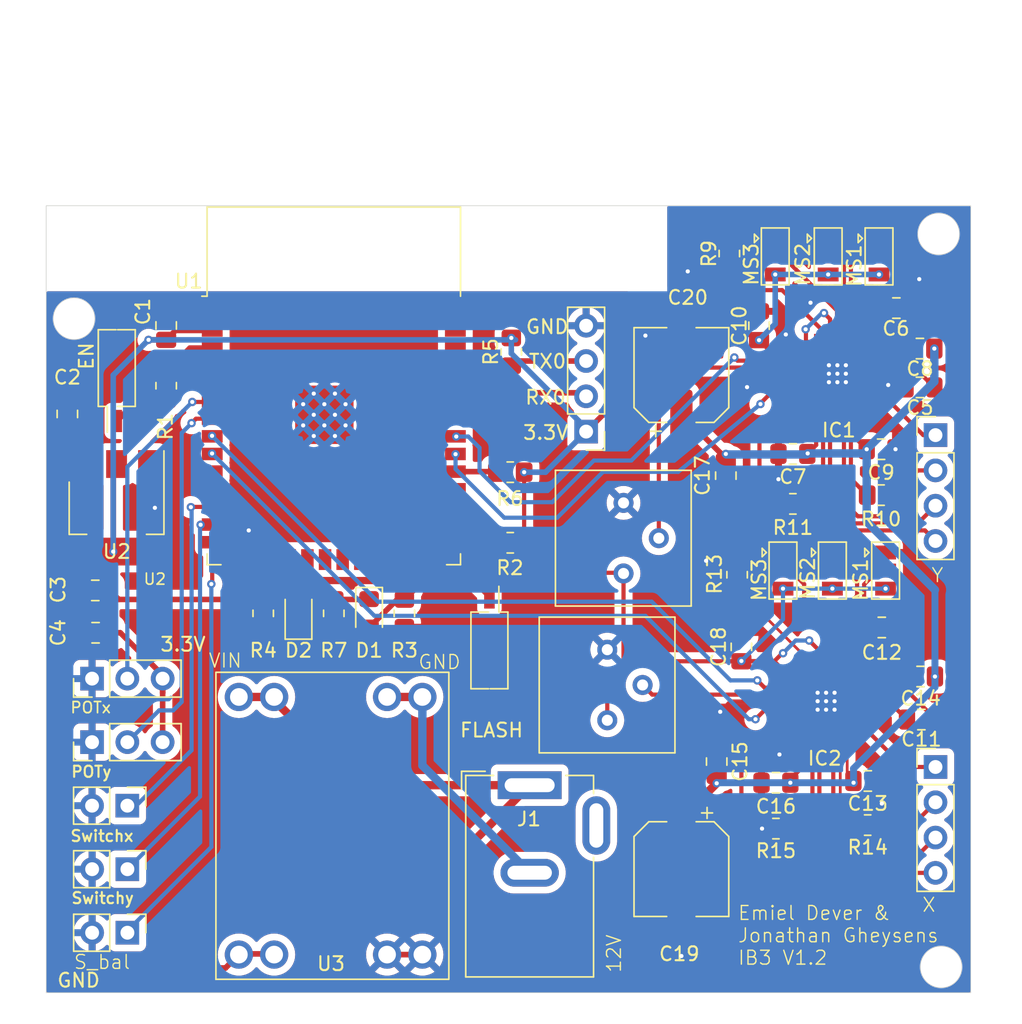
<source format=kicad_pcb>
(kicad_pcb (version 20221018) (generator pcbnew)
  (layers (0 "F.Cu" signal) (31 "B.Cu" signal) (34 "B.Paste" user) (35 "F.Paste" user) (36 "B.SilkS" user "B.Silkscreen") (37 "F.SilkS" user "F.Silkscreen") (38 "B.Mask" user) (39 "F.Mask" user) (44 "Edge.Cuts" user))
  (net 0 "")
  (net 1 "+3.3V")
  (net 2 "GND")
  (net 3 "VDD")
  (net 4 "Net-(D1-K)")
  (net 5 "GPIO2")
  (net 6 "Net-(D2-A)")
  (net 7 "RX0")
  (net 8 "TX0")
  (net 9 "Net-(IC2-CP2)")
  (net 10 "GPIO0")
  (net 11 "GPIO5")
  (net 12 "Net-(IC2-CP1)")
  (net 13 "Net-(IC2-VREG)")
  (net 14 "Net-(IC2-VCP)")
  (net 15 "MS1_1")
  (net 16 "A4")
  (net 17 "A5")
  (net 18 "A8")
  (net 19 "A9")
  (net 20 "GPIO27")
  (net 21 "GPIO14")
  (net 22 "GPIO12")
  (net 23 "GPIO13")
  (net 30 "GPIO15")
  (net 31 "GPIO4")
  (net 32 "RX2")
  (net 33 "TX2")
  (net 34 "GPIO18")
  (net 35 "GPIO19")
  (net 37 "GPIO21")
  (net 38 "GPIO22")
  (net 39 "GPIO23")
  (net 40 "Net-(IC1-OUT2B)")
  (net 41 "Net-(IC1-CP1)")
  (net 42 "Net-(IC1-CP2)")
  (net 43 "Net-(IC1-VCP)")
  (net 45 "Net-(IC1-VREG)")
  (net 46 "MS2_1")
  (net 47 "MS3_1")
  (net 48 "Net-(IC2-OUT2B)")
  (net 49 "Net-(IC1-ROSC)")
  (net 50 "Net-(IC1-REF)")
  (net 52 "Net-(IC1-OUT1B)")
  (net 53 "Vmot")
  (net 54 "Net-(IC1-SENSE1)")
  (net 55 "Net-(IC1-OUT1A)")
  (net 57 "Net-(IC1-OUT2A)")
  (net 58 "Net-(IC1-SENSE2)")
  (net 60 "Net-(IC2-ROSC)")
  (net 62 "Net-(IC2-OUT1B)")
  (net 63 "Net-(IC2-SENSE1)")
  (net 64 "Net-(IC2-OUT1A)")
  (net 66 "Net-(IC2-OUT2A)")
  (net 67 "Net-(IC2-SENSE2)")
  (net 68 "Net-(J1-Pad2)")
  (net 69 "Net-(IC2-REF)")
  (net 70 "/ESP32/EN")
  (net 73 "GPIO35")
  (net 74 "GPIO34")
  (net 75 "MS1_2")
  (net 76 "MS2_2")
  (net 77 "MS3_2")
  (footprint "Resistor_SMD:R_0805_2012Metric_Pad1.20x1.40mm_HandSolder" (layer "F.Cu") (at 163.521 90.805)
    (fp_text reference "R14")
    (fp_text value "50m")
  )
  (footprint "Resistor_SMD:R_0805_2012Metric_Pad1.20x1.40mm_HandSolder" (layer "F.Cu") (at 156.917 91.059 180)
    (fp_text reference "R15")
    (fp_text value "50m")
  )
  (footprint "Capacitor_SMD:C_0805_2012Metric_Pad1.18x1.45mm_HandSolder" (layer "F.Cu") (at 154.432 77.978 90)
    (fp_text reference "C18")
    (fp_text value "0.22uF")
  )
  (footprint "RF_Module:ESP32-WROOM-32" (layer "F.Cu") (at 125.095 62.185)
    (fp_text reference "U1")
    (fp_text value "ESP32-WROOM-32")
  )
  (footprint "Jumper:SolderJumper-3_P1.3mm_Open_Pad1.0x1.5mm" (layer "F.Cu") (at 160.6769 49.8761 -90)
    (fp_text reference "JP2" hide)
    (fp_text value "MS2")
  )
  (footprint "Capacitor_SMD:C_0805_2012Metric_Pad1.18x1.45mm_HandSolder" (layer "F.Cu") (at 105.918 61.214 90)
    (fp_text reference "C2")
    (fp_text value "10uF")
  )
  (footprint "Capacitor_SMD:C_0805_2012Metric_Pad1.18x1.45mm_HandSolder" (layer "F.Cu") (at 167.326 80.113 180)
    (fp_text reference "C14")
    (fp_text value "0.1 uF")
  )
  (footprint "Connector_PinHeader_2.54mm:PinHeader_1x03_P2.54mm_Vertical" (layer "F.Cu") (at 107.696 80.264 90)
    (fp_text reference "J8" hide)
    (fp_text value "POTx")
  )
  (footprint "Jumper:SolderJumper-3_P1.3mm_Open_Pad1.0x1.5mm" (layer "F.Cu") (at 164.811 72.487 -90)
    (fp_text reference "JP6" hide)
    (fp_text value "MS1")
  )
  (footprint "Package_TO_SOT_SMD:SOT-223-3_TabPin2" (layer "F.Cu") (at 109.46 67.97 -90)
    (fp_text reference "U2")
    (fp_text value "AMS1117-3.3")
  )
  (footprint "Library:U1584" (layer "F.Cu") (at 124.8664 101.9048 180)
    (fp_text reference "U3")
    (fp_text value "MP1584")
  )
  (footprint "Connector_PinHeader_2.54mm:PinHeader_1x04_P2.54mm_Vertical" (layer "F.Cu") (at 168.402 62.738)
    (fp_text reference "J4" hide)
    (fp_text value "Conn_01x04_Pin")
  )
  (footprint "Button_Switch_SMD:SW_DIP_SPSTx01_Slide_Copal_CHS-01B_W7.62mm_P1.27mm" (layer "F.Cu") (at 136.2964 78.232 -90)
    (fp_text reference "SW2" hide)
    (fp_text value "FLASH")
  )
  (footprint "Capacitor_SMD:C_0805_2012Metric_Pad1.18x1.45mm_HandSolder" (layer "F.Cu") (at 164.4869 63.754)
    (fp_text reference "C9")
    (fp_text value "100nF")
  )
  (footprint "Resistor_SMD:R_0805_2012Metric_Pad1.20x1.40mm_HandSolder" (layer "F.Cu") (at 113.03 59.182 90)
    (fp_text reference "R1")
    (fp_text value "10K")
  )
  (footprint "Jumper:SolderJumper-3_P1.3mm_Open_Pad1.0x1.5mm" (layer "F.Cu") (at 160.981 72.487 -90)
    (fp_text reference "JP5" hide)
    (fp_text value "MS2")
  )
  (footprint "Connector_PinHeader_2.54mm:PinHeader_1x04_P2.54mm_Vertical" (layer "F.Cu") (at 143.256 62.484 180)
    (fp_text reference "J2" hide)
    (fp_text value "Conn_01x04_Pin")
  )
  (footprint "Potentiometer_THT:Potentiometer_Bourns_3386P_Vertical" (layer "F.Cu") (at 144.78 83.2612)
    (fp_text reference "RV2" hide)
    (fp_text value "R_Potentiometer")
  )
  (footprint "Jumper:SolderJumper-3_P1.3mm_Open_Pad1.0x1.5mm" (layer "F.Cu") (at 156.8669 49.8761 -90)
    (fp_text reference "JP1" hide)
    (fp_text value "MS3")
  )
  (footprint "Jumper:SolderJumper-3_P1.3mm_Open_Pad1.0x1.5mm" (layer "F.Cu") (at 157.425 72.487 -90)
    (fp_text reference "JP4" hide)
    (fp_text value "MS3")
  )
  (footprint "Potentiometer_THT:Potentiometer_Bourns_3386P_Vertical" (layer "F.Cu") (at 145.9484 72.6948)
    (fp_text reference "RV1" hide)
    (fp_text value "R_Potentiometer")
  )
  (footprint "Resistor_SMD:R_0805_2012Metric_Pad1.20x1.40mm_HandSolder" (layer "F.Cu") (at 158.1369 67.6861 180)
    (fp_text reference "R11")
    (fp_text value "50m")
  )
  (footprint "Button_Switch_SMD:SW_DIP_SPSTx01_Slide_Copal_CHS-01B_W7.62mm_P1.27mm" (layer "F.Cu") (at 109.474 57.912 90)
    (fp_text reference "SW1" hide)
    (fp_text value "EN")
  )
  (footprint "Resistor_SMD:R_0805_2012Metric_Pad1.20x1.40mm_HandSolder" (layer "F.Cu") (at 137.795 70.485 180)
    (fp_text reference "R2")
    (fp_text value "10K")
  )
  (footprint "Resistor_SMD:R_0805_2012Metric_Pad1.20x1.40mm_HandSolder" (layer "F.Cu") (at 137.8712 56.7436 -90)
    (fp_text reference "R5")
    (fp_text value "10K")
  )
  (footprint "Resistor_SMD:R_0805_2012Metric_Pad1.20x1.40mm_HandSolder" (layer "F.Cu") (at 164.4869 67.056)
    (fp_text reference "R10")
    (fp_text value "50m")
  )
  (footprint "Connector_PinHeader_2.54mm:PinHeader_1x02_P2.54mm_Vertical" (layer "F.Cu") (at 110.236 89.408 -90)
    (fp_text reference "J7" hide)
    (fp_text value "Switchx")
  )
  (footprint "Capacitor_SMD:C_0805_2012Metric_Pad1.18x1.45mm_HandSolder" (layer "F.Cu") (at 155.702 54.864 90)
    (fp_text reference "C10")
    (fp_text value "0.22uF")
  )
  (footprint "Resistor_SMD:R_0805_2012Metric_Pad1.20x1.40mm_HandSolder" (layer "F.Cu") (at 130.175 75.565 90)
    (fp_text reference "R3")
    (fp_text value "10K")
  )
  (footprint "Resistor_SMD:R_0805_2012Metric_Pad1.20x1.40mm_HandSolder" (layer "F.Cu") (at 137.795 65.405 180)
    (fp_text reference "R6")
    (fp_text value "10K")
  )
  (footprint "Connector_PinHeader_2.54mm:PinHeader_1x02_P2.54mm_Vertical" (layer "F.Cu") (at 110.241 93.98 -90)
    (fp_text reference "J3" hide)
    (fp_text value "Switchy")
  )
  (footprint "Connector_PinHeader_2.54mm:PinHeader_1x04_P2.54mm_Vertical" (layer "F.Cu") (at 168.402 86.624)
    (fp_text reference "J6" hide)
    (fp_text value "Conn_01x04_Pin")
  )
  (footprint "Jumper:SolderJumper-3_P1.3mm_Open_Pad1.0x1.5mm" (layer "F.Cu") (at 164.338 49.8761 -90)
    (fp_text reference "JP3" hide)
    (fp_text value "MS1")
  )
  (footprint "Capacitor_SMD:CP_Elec_6.3x5.9" (layer "F.Cu") (at 150.114 93.974 -90)
    (fp_text reference "C19")
    (fp_text value "47uF")
  )
  (footprint "Capacitor_SMD:C_0805_2012Metric_Pad1.18x1.45mm_HandSolder" (layer "F.Cu") (at 167.386 83.2104 180)
    (fp_text reference "C11")
    (fp_text value "0.1u")
  )
  (footprint "Capacitor_SMD:C_0805_2012Metric_Pad1.18x1.45mm_HandSolder" (layer "F.Cu") (at 164.537 76.581)
    (fp_text reference "C12")
    (fp_text value "0.22uF")
  )
  (footprint "Capacitor_SMD:C_0805_2012Metric_Pad1.18x1.45mm_HandSolder" (layer "F.Cu") (at 156.917 87.757 180)
    (fp_text reference "C16")
    (fp_text value "100nF")
  )
  (footprint "Resistor_SMD:R_0805_2012Metric_Pad1.20x1.40mm_HandSolder" (layer "F.Cu") (at 125.095 75.565 -90)
    (fp_text reference "R7")
    (fp_text value "1K")
  )
  (footprint "Capacitor_SMD:C_0805_2012Metric_Pad1.18x1.45mm_HandSolder" (layer "F.Cu") (at 113.03 54.8425 90)
    (fp_text reference "C1")
    (fp_text value "100uF/6.3V")
  )
  (footprint "Resistor_SMD:R_0805_2012Metric_Pad1.20x1.40mm_HandSolder" (layer "F.Cu") (at 120.015 75.565 -90)
    (fp_text reference "R4")
    (fp_text value "1K")
  )
  (footprint "A4988:QFN50P500X500X100-29N" (layer "F.Cu") (at 161.3119 58.3766 180)
    (fp_text reference "IC1")
    (fp_text value "A4988SETTR-T")
  )
  (footprint "Capacitor_SMD:C_0805_2012Metric_Pad1.18x1.45mm_HandSolder" (layer "F.Cu") (at 153.3109 65.6541 90)
    (fp_text reference "C17")
    (fp_text value "4.7uF")
  )
  (footprint "Connector_PinHeader_2.54mm:PinHeader_1x02_P2.54mm_Vertical" (layer "F.Cu") (at 110.241 98.552 -90)
    (fp_text reference "J9" hide)
    (fp_text value "Switch_einde" hide)
  )
  (footprint "A4988:QFN50P500X500X100-29N" (layer "F.Cu") (at 160.546 81.915 180)
    (fp_text reference "IC2")
    (fp_text value "A4988SETTR-T")
  )
  (footprint "Connector_PinHeader_2.54mm:PinHeader_1x03_P2.54mm_Vertical" (layer "F.Cu") (at 107.696 84.836 90)
    (fp_text reference "J5" hide)
    (fp_text value "POTy")
  )
  (footprint "Resistor_SMD:R_0805_2012Metric_Pad1.20x1.40mm_HandSolder" (layer "F.Cu") (at 154.123 72.787 -90)
    (fp_text reference "R13")
    (fp_text value "25K")
  )
  (footprint "Capacitor_SMD:C_0805_2012Metric_Pad1.18x1.45mm_HandSolder" (layer "F.Cu") (at 167.2809 56.5101 180)
    (fp_text reference "C8")
    (fp_text value "0.1 uF")
  )
  (footprint "Capacitor_SMD:C_0805_2012Metric_Pad1.18x1.45mm_HandSolder" (layer "F.Cu") (at 165.5865 53.594)
    (fp_text reference "C6")
    (fp_text value "0.22uF")
  )
  (footprint "Capacitor_SMD:C_0805_2012Metric_Pad1.18x1.45mm_HandSolder" (layer "F.Cu") (at 158.1369 64.0916)
    (fp_text reference "C7")
    (fp_text value "100nF")
  )
  (footprint "LED_SMD:LED_0805_2012Metric_Pad1.15x1.40mm_HandSolder" (layer "F.Cu") (at 122.555 75.565 90)
    (fp_text reference "D2")
    (fp_text value "PWR")
  )
  (footprint "Capacitor_SMD:CP_Elec_6.3x5.9" (layer "F.Cu") (at 150.114 58.414 90)
    (fp_text reference "C20")
    (fp_text value "47uF")
  )
  (footprint "Capacitor_SMD:C_0805_2012Metric_Pad1.18x1.45mm_HandSolder" (layer "F.Cu") (at 167.2809 59.3041 180)
    (fp_text reference "C5")
    (fp_text value "0.1u")
  )
  (footprint "Capacitor_SMD:C_0805_2012Metric_Pad1.18x1.45mm_HandSolder" (layer "F.Cu") (at 152.654 86.233 -90)
    (fp_text reference "C15")
    (fp_text value "4.7uF")
  )
  (footprint "Connector_BarrelJack:BarrelJack_GCT_DCJ200-10-A_Horizontal" (layer "F.Cu") (at 139.192 87.934)
    (fp_text reference "J1")
    (fp_text value "Barrel_Jack")
  )
  (footprint "Capacitor_SMD:C_0805_2012Metric_Pad1.18x1.45mm_HandSolder" (layer "F.Cu") (at 107.95 76.962 180)
    (fp_text reference "C4")
    (fp_text value "10uF")
  )
  (footprint "Capacitor_SMD:C_0805_2012Metric_Pad1.18x1.45mm_HandSolder" (layer "F.Cu") (at 163.531 87.63 180)
    (fp_text reference "C13")
    (fp_text value "100nF")
  )
  (footprint "LED_SMD:LED_0805_2012Metric_Pad1.15x1.40mm_HandSolder" (layer "F.Cu") (at 127.635 75.565 -90)
    (fp_text reference "D1")
    (fp_text value "BLUE")
  )
  (footprint "Resistor_SMD:R_0805_2012Metric_Pad1.20x1.40mm_HandSolder" (layer "F.Cu") (at 153.5649 49.6681 -90)
    (fp_text reference "R9")
    (fp_text value "25K")
  )
  (footprint "Capacitor_SMD:C_0805_2012Metric_Pad1.18x1.45mm_HandSolder" (layer "F.Cu") (at 107.9285 73.914)
    (fp_text reference "C3")
    (fp_text value "100nF")
  )
  (gr_circle (center 168.6292 48.26) (end 170.1292 48.26) (stroke (width 0.05)) (fill none) (layer "Edge.Cuts"))
  (gr_rect (start 104.394 46.228) (end 170.942 102.87) (stroke (width 0.05)) (fill none) (layer "Edge.Cuts"))
  (gr_circle (center 168.8084 101.0172) (end 170.3084 101.0172) (stroke (width 0.05)) (fill none) (layer "Edge.Cuts"))
  (gr_circle (center 106.3992 54.356) (end 107.8992 54.356) (stroke (width 0.05)) (fill none) (layer "Edge.Cuts"))
  (gr_text "X" (at 167.386 97.1296) (layer "F.SilkS") (effects (font (size 1 1) (thickness 0.1)) (justify left bottom)))
  (gr_text "Emiel Dever &\nJonathan Gheysens\nIB3 V1.2" (at 154.1272 100.9396) (layer "F.SilkS") (effects (font (size 1 1) (thickness 0.1)) (justify left bottom)))
  (gr_text "TX0" (at 139.0396 58.0136) (layer "F.SilkS") (effects (font (size 1 1)) (justify left bottom)))
  (gr_text "S_bal" (at 106.3244 101.2444) (layer "F.SilkS") (effects (font (size 1 1) (thickness 0.1)) (justify left bottom)))
  (gr_text "GND" (at 105.1052 102.5652) (layer "F.SilkS") (effects (font (size 1 1)) (justify left bottom)))
  (gr_text "GND" (at 138.8364 55.5244) (layer "F.SilkS") (effects (font (size 1 1)) (justify left bottom)))
  (gr_text "RX0" (at 138.7856 60.6044) (layer "F.SilkS") (effects (font (size 1 1)) (justify left bottom)))
  (gr_text "GND" (at 131.1148 79.6544) (layer "F.SilkS") (effects (font (size 1 1) (thickness 0.1)) (justify left bottom)))
  (gr_text "3.3V" (at 138.6332 63.1444) (layer "F.SilkS") (effects (font (size 1 1)) (justify left bottom)))
  (gr_text "Y" (at 168.0464 73.406) (layer "F.SilkS") (effects (font (size 1 1) (thickness 0.1)) (justify left bottom)))
  (gr_text "12V" (at 145.8468 101.4984 90) (layer "F.SilkS") (effects (font (size 1 1) (thickness 0.1)) (justify left bottom)))
  (gr_text "VIN\n" (at 116.0272 79.5528) (layer "F.SilkS") (effects (font (size 1 1) (thickness 0.1)) (justify left bottom)))
  (gr_text "3.3V" (at 112.522 78.3844) (layer "F.SilkS") (effects (font (size 1 1)) (justify left bottom)))
  (segment (start 109.46 64.57) (end 113.03 61) (width 0.4) (layer "F.Cu") (net 1))
  (segment (start 108.966 73.914) (end 108.966 76.9405) (width 0.4) (layer "F.Cu") (net 1))
  (segment (start 112.776 80.264) (end 112.776 81.28) (width 0.4) (layer "F.Cu") (net 1))
  (segment (start 159.3088 77.5208) (end 160.046 78.258) (width 0.3) (layer "F.Cu") (net 1))
  (segment (start 160.8119 54.3859) (end 160.3756 53.9496) (width 0.3) (layer "F.Cu") (net 1))
  (segment (start 140.954 72.644) (end 138.795 70.485) (width 0.3) (layer "F.Cu") (net 1))
  (segment (start 156.7965 79.0155) (end 157.3768 78.4352) (width 0.3) (layer "F.Cu") (net 1))
  (segment (start 145.923 53.975) (end 147.066 52.832) (width 0.4) (layer "F.Cu") (net 1))
  (segment (start 111.76 55.88) (end 113.03 55.88) (width 0.4) (layer "F.Cu") (net 1))
  (segment (start 113.705 55.205) (end 116.345 55.205) (width 0.4) (layer "F.Cu") (net 1))
  (segment (start 159.0773 55.1405) (end 159.0548 55.118) (width 0.3) (layer "F.Cu") (net 1))
  (segment (start 159.8119 56.0266) (end 159.258 56.0266) (width 0.3) (layer "F.Cu") (net 1))
  (segment (start 145.9484 72.6948) (end 145.8976 72.644) (width 0.3) (layer "F.Cu") (net 1))
  (segment (start 113.03 61) (end 113.03 60.182) (width 0.4) (layer "F.Cu") (net 1))
  (segment (start 112.776 80.01) (end 109.728 76.962) (width 0.4) (layer "F.Cu") (net 1))
  (segment (start 112.776 81.28) (end 112.776 84.836) (width 0.4) (layer "F.Cu") (net 1))
  (segment (start 159.258 56.0266) (end 159.0773 56.2073) (width 0.3) (layer "F.Cu") (net 1))
  (segment (start 160.8119 56.0266) (end 160.8119 54.3859) (width 0.3) (layer "F.Cu") (net 1))
  (segment (start 108.966 76.9405) (end 108.9875 76.962) (width 0.4) (layer "F.Cu") (net 1))
  (segment (start 156.7965 79.0155) (end 158.196 80.415) (width 0.3) (layer "F.Cu") (net 1))
  (segment (start 160.046 78.258) (end 160.046 79.565) (width 0.3) (layer "F.Cu") (net 1))
  (segment (start 158.9619 56.8766) (end 156.6771 56.8766) (width 0.3) (layer "F.Cu") (net 1))
  (segment (start 143.256 62.484) (end 145.923 59.817) (width 0.4) (layer "F.Cu") (net 1))
  (segment (start 159.0773 56.2073) (end 159.0773 55.1405) (width 0.3) (layer "F.Cu") (net 1))
  (segment (start 145.923 59.817) (end 145.923 53.975) (width 0.4) (layer "F.Cu") (net 1))
  (segment (start 159.046 79.565) (end 157.361 79.565) (width 0.3) (layer "F.Cu") (net 1))
  (segment (start 109.46 71.12) (end 108.966 71.614) (width 0.4) (layer "F.Cu") (net 1))
  (segment (start 108.966 71.614) (end 108.966 73.914) (width 0.4) (layer "F.Cu") (net 1))
  (segment (start 109.46 64.82) (end 109.46 64.57) (width 0.4) (layer "F.Cu") (net 1))
  (segment (start 144.78 80.1839) (end 145.9484 79.0155) (width 0.3) (layer "F.Cu") (net 1))
  (segment (start 152.4 52.832) (end 155.4695 55.9015) (width 0.4) (layer "F.Cu") (net 1))
  (segment (start 144.78 83.2612) (end 144.78 80.1839) (width 0.3) (layer "F.Cu") (net 1))
  (segment (start 138.795 70.485) (end 138.795 65.405) (width 0.3) (layer "F.Cu") (net 1))
  (segment (start 109.22 71.12) (end 109.46 71.12) (width 0.4) (layer "F.Cu") (net 1))
  (segment (start 112.776 81.28) (end 112.776 80.01) (width 0.4) (layer "F.Cu") (net 1))
  (segment (start 159.0773 56.2073) (end 158.9619 56.3227) (width 0.3) (layer "F.Cu") (net 1))
  (segment (start 154.432 79.0155) (end 154.432 78.994) (width 0.2) (layer "F.Cu") (net 1))
  (segment (start 154.432 78.994) (end 156.7965 79.0155) (width 0.3) (layer "F.Cu") (net 1))
  (segment (start 147.066 52.832) (end 152.4 52.832) (width 0.4) (layer "F.Cu") (net 1))
  (segment (start 145.9484 79.0155) (end 145.9484 72.6948) (width 0.3) (layer "F.Cu") (net 1))
  (segment (start 156.6771 56.8766) (end 155.702 55.9015) (width 0.3) (layer "F.Cu") (net 1))
  (segment (start 157.3768 78.4352) (end 157.4292 78.4352) (width 0.3) (layer "F.Cu") (net 1))
  (segment (start 109.617 74.565) (end 120.015 74.565) (width 0.4) (layer "F.Cu") (net 1))
  (segment (start 154.432 79.0155) (end 145.9484 79.0155) (width 0.3) (layer "F.Cu") (net 1))
  (segment (start 113.03 55.88) (end 113.705 55.205) (width 0.4) (layer "F.Cu") (net 1))
  (segment (start 155.4695 55.9015) (end 155.702 55.9015) (width 0.4) (layer "F.Cu") (net 1))
  (segment (start 145.8976 72.644) (end 140.954 72.644) (width 0.3) (layer "F.Cu") (net 1))
  (segment (start 109.728 76.962) (end 108.9875 76.962) (width 0.4) (layer "F.Cu") (net 1))
  (segment (start 158.9619 56.3227) (end 158.9619 56.8766) (width 0.3) (layer "F.Cu") (net 1))
  (segment (start 109.22 65.06) (end 109.22 71.12) (width 0.4) (layer "F.Cu") (net 1))
  (segment (start 108.966 73.914) (end 109.617 74.565) (width 0.4) (layer "F.Cu") (net 1))
  (segment (start 157.4292 78.4352) (end 157.3784 78.4352) (width 0.3) (layer "F.Cu") (net 1))
  (via (at 159.3088 77.5208) (size 0.6) (drill 0.3) (layers "F.Cu" "B.Cu") (net 1))
  (via (at 159.0548 55.118) (size 0.6) (drill 0.3) (layers "F.Cu" "B.Cu") (net 1))
  (via (at 155.702 55.9015) (size 0.6) (drill 0.3) (layers "F.Cu" "B.Cu") (net 1))
  (via (at 160.981 73.787) (size 0.6) (drill 0.3) (layers "F.Cu" "B.Cu") (net 1))
  (via (at 138.795 65.405) (size 0.6) (drill 0.3) (layers "F.Cu" "B.Cu") (net 1))
  (via (at 160.3756 53.9496) (size 0.6) (drill 0.3) (layers "F.Cu" "B.Cu") (net 1))
  (via (at 157.425 73.787) (size 0.6) (drill 0.3) (layers "F.Cu" "B.Cu") (net 1))
  (via (at 156.8669 51.1761) (size 0.6) (drill 0.3) (layers "F.Cu" "B.Cu") (net 1))
  (via (at 154.432 78.994) (size 0.6) (drill 0.3) (layers "F.Cu" "B.Cu") (net 1))
  (via (at 164.811 73.787002) (size 0.6) (drill 0.3) (layers "F.Cu" "B.Cu") (net 1))
  (via (at 137.8712 55.7436) (size 0.6) (drill 0.3) (layers "F.Cu" "B.Cu") (net 1))
  (via (at 157.4292 78.4352) (size 0.6) (drill 0.3) (layers "F.Cu" "B.Cu") (net 1))
  (via (at 109.22 71.12) (size 0.6) (drill 0.3) (layers "F.Cu" "B.Cu") (net 1))
  (via (at 164.337998 51.1761) (size 0.6) (drill 0.3) (layers "F.Cu" "B.Cu") (net 1))
  (via (at 111.76 55.88) (size 0.6) (drill 0.3) (layers "F.Cu" "B.Cu") (net 1))
  (via (at 160.6769 51.1761) (size 0.6) (drill 0.3) (layers "F.Cu" "B.Cu") (net 1))
  (segment (start 160.2232 53.9496) (end 159.0548 55.118) (width 0.3) (layer "B.Cu") (net 1))
  (segment (start 157.425 76.001) (end 157.425 73.787) (width 0.3) (layer "B.Cu") (net 1))
  (segment (start 160.6769 51.1761) (end 164.338 51.1761) (width 0.4) (layer "B.Cu") (net 1))
  (segment (start 154.432 78.994) (end 157.425 76.001) (width 0.3) (layer "B.Cu") (net 1))
  (segment (start 137.8712 55.7436) (end 137.8712 56.8612) (width 0.4) (layer "B.Cu") (net 1))
  (segment (start 137.8712 56.8612) (end 143.256 62.246) (width 0.4) (layer "B.Cu") (net 1))
  (segment (start 160.981 73.787) (end 157.425 73.787) (width 0.3) (layer "B.Cu") (net 1))
  (segment (start 111.76 55.88) (end 109.22 58.42) (width 0.4) (layer "B.Cu") (net 1))
  (segment (start 156.8669 51.1761) (end 156.8669 54.7366) (width 0.4) (layer "B.Cu") (net 1))
  (segment (start 138.795 65.405) (end 140.335 65.405) (width 0.4) (layer "B.Cu") (net 1))
  (segment (start 140.335 65.405) (end 143.256 62.484) (width 0.4) (layer "B.Cu") (net 1))
  (segment (start 156.8669 54.7366) (end 155.702 55.9015) (width 0.4) (layer "B.Cu") (net 1))
  (segment (start 143.256 62.246) (end 143.256 62.484) (width 0.4) (layer "B.Cu") (net 1))
  (segment (start 160.6769 51.1761) (end 156.8669 51.1761) (width 0.4) (layer "B.Cu") (net 1))
  (segment (start 138.176 55.88) (end 111.76 55.88) (width 0.4) (layer "B.Cu") (net 1))
  (segment (start 158.3436 77.5208) (end 159.3088 77.5208) (width 0.3) (layer "B.Cu") (net 1))
  (segment (start 160.981 73.787) (end 164.810998 73.787) (width 0.3) (layer "B.Cu") (net 1))
  (segment (start 160.3756 53.9496) (end 160.2232 53.9496) (width 0.3) (layer "B.Cu") (net 1))
  (segment (start 157.4292 78.4352) (end 158.3436 77.5208) (width 0.3) (layer "B.Cu") (net 1))
  (segment (start 164.810998 73.787) (end 164.811 73.787002) (width 0.2) (layer "B.Cu") (net 1))
  (segment (start 109.22 58.42) (end 109.22 71.12) (width 0.4) (layer "B.Cu") (net 1))
  (segment (start 155.8795 91.0215) (end 155.917 91.059) (width 0.4) (layer "F.Cu") (net 2))
  (segment (start 158.9619 58.3766) (end 155.7454 58.3766) (width 0.3) (layer "F.Cu") (net 2))
  (segment (start 125.1775 59.75) (end 125.1775 62.8) (width 0.4) (layer "F.Cu") (net 2))
  (segment (start 160.528 82.4992) (end 159.9184 82.4992) (width 0.4064) (layer "F.Cu") (net 2))
  (segment (start 161.3408 57.7088) (end 161.9504 57.7088) (width 0.4064) (layer "F.Cu") (net 2))
  (segment (start 161.5534 82.915) (end 161.1376 82.4992) (width 0.2) (layer "F.Cu") (net 2))
  (segment (start 160.7312 58.928) (end 160.7312 58.3184) (width 0.4064) (layer "F.Cu") (net 2))
  (segment (start 164.9984 59.1312) (end 164.5674 58.8766) (width 0.3) (layer "F.Cu") (net 2))
  (segment (start 161.9504 57.7088) (end 161.9504 58.3184) (width 0.4064) (layer "F.Cu") (net 2))
  (segment (start 125.94 62.8) (end 122.89 62.8) (width 0.4) (layer "F.Cu") (net 2))
  (segment (start 161.9504 58.928) (end 161.3408 58.928) (width 0.4064) (layer "F.Cu") (net 2))
  (segment (start 155.7454 58.3766) (end 154.8384 59.2836) (width 0.3) (layer "F.Cu") (net 2))
  (segment (start 165.5244 67.0185) (end 165.4869 67.056) (width 0.4064) (layer "F.Cu") (net 2))
  (segment (start 164.9224 59.3766) (end 163.6619 59.3766) (width 0.3) (layer "F.Cu") (net 2))
  (segment (start 122.89 62.8) (end 122.89 59.75) (width 0.4) (layer "F.Cu") (net 2))
  (segment (start 161.1376 82.4992) (end 160.528 82.4992) (width 0.4064) (layer "F.Cu") (net 2))
  (segment (start 161.9504 58.3184) (end 161.9504 58.928) (width 0.4064) (layer "F.Cu") (net 2))
  (segment (start 128.9304 100.1268) (end 131.4704 100.1268) (width 0.4064) (layer "F.Cu") (net 2))
  (segment (start 161.3119 58.3766) (end 162.3119 59.3766) (width 0.2) (layer "F.Cu") (net 2))
  (segment (start 125.94 60.5125) (end 124.415 62.0375) (width 0.4) (layer "F.Cu") (net 2))
  (segment (start 158.9619 58.3766) (end 161.3119 58.3766) (width 0.2) (layer "F.Cu") (net 2))
  (segment (start 125.94 59.75) (end 125.94 62.8) (width 0.4) (layer "F.Cu") (net 2))
  (segment (start 125.94 62.0375) (end 124.415 60.5125) (width 0.4) (layer "F.Cu") (net 2))
  (segment (start 157.099 67.6482) (end 157.1369 67.6861) (width 0.4064) (layer "F.Cu") (net 2))
  (segment (start 123.6525 59.75) (end 123.6525 62.8) (width 0.4) (layer "F.Cu") (net 2))
  (segment (start 160.7312 58.3184) (end 161.3408 58.3184) (width 0.4064) (layer "F.Cu") (net 2))
  (segment (start 162.3119 59.3766) (end 163.6619 59.3766) (width 0.3) (layer "F.Cu") (net 2))
  (segment (start 122.89 59.75) (end 125.94 59.75) (width 0.4) (layer "F.Cu") (net 2))
  (segment (start 155.702 53.8265) (end 155.2741 53.8265) (width 0.4064) (layer "F.Cu") (net 2))
  (segment (start 161.3408 58.3184) (end 161.3408 58.928) (width 0.4064) (layer "F.Cu") (net 2))
  (segment (start 155.2741 53.8265) (end 154.2288 52.7812) (width 0.4064) (layer "F.Cu") (net 2))
  (segment (start 155.8795 87.757) (end 155.8795 91.0215) (width 0.4) (layer "F.Cu") (net 2))
  (segment (start 159.9184 82.4992) (end 159.9184 81.8896) (width 0.4064) (layer "F.Cu") (net 2))
  (segment (start 158.196 81.915) (end 153.6446 81.915) (width 0.3) (layer "F.Cu") (net 2))
  (segment (start 164.521 90.805) (end 164.521 89.2758) (width 0.4064) (layer "F.Cu") (net 2))
  (segment (start 164.059 71.217) (end 164.557 71.217) (width 0.2) (layer "F.Cu") (net 2))
  (segment (start 161.3408 58.928) (end 160.7312 58.928) (width 0.4064) (layer "F.Cu") (net 2))
  (segment (start 122.555 76.59) (end 125.07 76.59) (width 0.4) (layer "F.Cu") (net 2))
  (segment (start 122.89 60.5125) (end 125.1775 62.8) (width 0.4) (layer "F.Cu") (net 2))
  (segment (start 163.767 82.415) (end 164.267 82.915) (width 0.3) (layer "F.Cu") (net 2))
  (segment (start 165.5244 63.754002) (end 165.5244 67.0185) (width 0.4064) (layer "F.Cu") (net 2))
  (segment (start 125.07 76.59) (end 125.095 76.565) (width 0.4) (layer "F.Cu") (net 2))
  (segment (start 160.7312 57.7088) (end 161.3408 57.7088) (width 0.4064) (layer "F.Cu") (net 2))
  (segment (start 159.9184 81.28) (end 160.528 81.28) (width 0.4064) (layer "F.Cu") (net 2))
  (segment (start 157.099 65.913) (end 157.099 67.6482) (width 0.4064) (layer "F.Cu") (net 2))
  (segment (start 161.1376 81.28) (end 161.1376 81.8896) (width 0.4064) (layer "F.Cu") (net 2))
  (segment (start 164.5674 58.8766) (end 163.6619 58.8766) (width 0.3) (layer "F.Cu") (net 2))
  (segment (start 158.196 81.915) (end 160.546 81.915) (width 0.2) (layer "F.Cu") (net 2))
  (segment (start 160.528 81.28) (end 161.1376 81.28) (width 0.4064) (layer "F.Cu") (net 2))
  (segment (start 161.1376 81.8896) (end 161.1376 82.4992) (width 0.4064) (layer "F.Cu") (net 2))
  (segment (start 164.9984 59.1312) (end 164.9224 59.3766) (width 0.3) (layer "F.Cu") (net 2))
  (segment (start 160.528 81.8896) (end 160.528 82.4992) (width 0.4064) (layer "F.Cu") (net 2))
  (segment (start 164.267 82.915) (end 162.896 82.915) (width 0.3) (layer "F.Cu") (net 2))
  (segment (start 159.9184 81.8896) (end 160.528 81.8896) (width 0.4064) (layer "F.Cu") (net 2))
  (segment (start 164.521 89.2758) (end 164.5412 89.2556) (width 0.4064) (layer "F.Cu") (net 2))
  (segment (start 153.6446 81.915) (end 152.908 82.6516) (width 0.3) (layer "F.Cu") (net 2))
  (segment (start 162.896 82.415) (end 163.767 82.415) (width 0.3) (layer "F.Cu") (net 2))
  (segment (start 162.896 82.915) (end 161.5534 82.915) (width 0.2) (layer "F.Cu") (net 2))
  (segment (start 157.721 71.217) (end 157.171 71.217) (width 0.2) (layer "F.Cu") (net 2))
  (via (at 157.099 65.913) (size 0.6) (drill 0.3) (layers "F.Cu" "B.Cu") (net 2))
  (via (at 161.3408 57.7088) (size 0.6) (drill 0.3) (layers "F.Cu" "B.Cu") (net 2))
  (via (at 152.908 82.6516) (size 0.6) (drill 0.3) (layers "F.Cu" "B.Cu") (net 2))
  (via (at 160.528 81.8896) (size 0.6) (drill 0.3) (layers "F.Cu" "B.Cu") (net 2))
  (via (at 160.7312 58.3184) (size 0.6) (drill 0.3) (layers "F.Cu" "B.Cu") (net 2))
  (via (at 150.5712 50.9524) (size 0.6) (drill 0.3) (layers "F.Cu" "B.Cu") (net 2))
  (via (at 164.9984 59.1312) (size 0.6) (drill 0.3) (layers "F.Cu" "B.Cu") (net 2))
  (via (at 161.1376 82.4992) (size 0.6) (drill 0.3) (layers "F.Cu" "B.Cu") (net 2))
  (via (at 147.5232 55.5752) (size 0.6) (drill 0.3) (layers "F.Cu" "B.Cu") (net 2))
  (via (at 159.9184 82.4992) (size 0.6) (drill 0.3) (layers "F.Cu" "B.Cu") (net 2))
  (via (at 161.9504 57.7088) (size 0.6) (drill 0.3) (layers "F.Cu" "B.Cu") (net 2))
  (via (at 160.528 82.4992) (size 0.6) (drill 0.3) (layers "F.Cu" "B.Cu") (net 2))
  (via (at 154.8384 59.2836) (size 0.6) (drill 0.3) (layers "F.Cu" "B.Cu") (net 2))
  (via (at 157.6289 55.4941) (size 0.6) (drill 0.3) (layers "F.Cu" "B.Cu") (net 2))
  (via (at 161.3408 58.3184) (size 0.6) (drill 0.3) (layers "F.Cu" "B.Cu") (net 2))
  (via (at 150.114 100.2284) (size 0.6) (drill 0.3) (layers "F.Cu" "B.Cu") (net 2))
  (via (at 160.7312 57.7088) (size 0.6) (drill 0.3) (layers "F.Cu" "B.Cu") (net 2))
  (via (at 164.5412 89.2556) (size 0.6) (drill 0.3) (layers "F.Cu" "B.Cu") (net 2))
  (via (at 155.917 91.058998) (size 0.6) (drill 0.3) (layers "F.Cu" "B.Cu") (net 2))
  (via (at 161.1376 81.28) (size 0.6) (drill 0.3) (layers "F.Cu" "B.Cu") (net 2))
  (via (at 159.9184 81.8896) (size 0.6) (drill 0.3) (layers "F.Cu" "B.Cu") (net 2))
  (via (at 112.2172 67.9704) (size 0.6) (drill 0.3) (layers "F.Cu" "B.Cu") (net 2))
  (via (at 160.7312 58.928) (size 0.6) (drill 0.3) (layers "F.Cu" "B.Cu") (net 2))
  (via (at 161.9504 58.3184) (size 0.6) (drill 0.3) (layers "F.Cu" "B.Cu") (net 2))
  (via (at 160.528 81.28) (size 0.6) (drill 0.3) (layers "F.Cu" "B.Cu") (net 2))
  (via (at 159.4069 53.2081) (size 0.6) (drill 0.3) (layers "F.Cu" "B.Cu") (net 2))
  (via (at 151.892 71.7804) (size 0.6) (drill 0.3) (layers "F.Cu" "B.Cu") (net 2))
  (via (at 165.5244 63.754002) (size 0.6) (drill 0.3) (layers "F.Cu" "B.Cu") (net 2))
  (via (at 118.9736 69.596) (size 0.6) (drill 0.3) (layers "F.Cu" "B.Cu") (net 2))
  (via (at 167.2336 51.5112) (size 0.6) (drill 0.3) (layers "F.Cu" "B.Cu") (net 2))
  (via (at 161.9504 58.928) (size 0.6) (drill 0.3) (layers "F.Cu" "B.Cu") (net 2))
  (via (at 159.9184 81.28) (size 0.6) (drill 0.3) (layers "F.Cu" "B.Cu") (net 2))
  (via (at 161.1376 81.8896) (size 0.6) (drill 0.3) (layers "F.Cu" "B.Cu") (net 2))
  (via (at 157.171 85.725) (size 0.6) (drill 0.3) (layers "F.Cu" "B.Cu") (net 2))
  (via (at 161.3408 58.928) (size 0.6) (drill 0.3) (layers "F.Cu" "B.Cu") (net 2))
  (segment (start 105.918 63.578) (end 107.16 64.82) (width 0.4064) (layer "F.Cu") (net 3))
  (segment (start 118.3132 100.076) (end 120.523 100.076) (width 0.4064) (layer "F.Cu") (net 3))
  (segment (start 105.41 100.33) (end 106.172 101.092) (width 0.4064) (layer "F.Cu") (net 3))
  (segment (start 105.918 62.2515) (end 105.918 63.578) (width 0.4064) (layer "F.Cu") (net 3))
  (segment (start 107.16 64.82) (end 105.41 66.57) (width 0.4064) (layer "F.Cu") (net 3))
  (segment (start 117.2972 101.092) (end 118.3132 100.076) (width 0.4064) (layer "F.Cu") (net 3))
  (segment (start 105.41 66.57) (end 105.41 100.33) (width 0.4064) (layer "F.Cu") (net 3))
  (segment (start 106.172 101.092) (end 117.2972 101.092) (width 0.4064) (layer "F.Cu") (net 3))
  (segment (start 125.095 74.565) (end 127.61 74.565) (width 0.4) (layer "F.Cu") (net 4))
  (segment (start 127.61 74.565) (end 127.635 74.54) (width 0.4) (layer "F.Cu") (net 4))
  (segment (start 129.66 74.565) (end 127.635 76.59) (width 0.4) (layer "F.Cu") (net 5))
  (segment (start 130.815 73.925) (end 130.815 71.695) (width 0.4) (layer "F.Cu") (net 5))
  (segment (start 130.175 74.565) (end 130.815 73.925) (width 0.4) (layer "F.Cu") (net 5))
  (segment (start 130.175 74.565) (end 129.66 74.565) (width 0.4) (layer "F.Cu") (net 5))
  (segment (start 122.04 74.54) (end 120.015 76.565) (width 0.4) (layer "F.Cu") (net 6))
  (segment (start 122.555 74.54) (end 122.04 74.54) (width 0.4) (layer "F.Cu") (net 6))
  (segment (start 143.002 59.69) (end 135.67 59.69) (width 0.4) (layer "F.Cu") (net 7))
  (segment (start 134.995 59.015) (end 133.845 59.015) (width 0.4) (layer "F.Cu") (net 7))
  (segment (start 135.67 59.69) (end 134.995 59.015) (width 0.4) (layer "F.Cu") (net 7))
  (segment (start 143.256 59.944) (end 143.002 59.69) (width 0.4) (layer "F.Cu") (net 7))
  (segment (start 137.8698 57.745) (end 138.2108 57.404) (width 0.4) (layer "F.Cu") (net 8))
  (segment (start 138.2108 57.404) (end 143.256 57.404) (width 0.4) (layer "F.Cu") (net 8))
  (segment (start 133.845 57.745) (end 137.8698 57.745) (width 0.4) (layer "F.Cu") (net 8))
  (segment (start 162.896 81.415) (end 166.6281 81.415) (width 0.3) (layer "F.Cu") (net 9))
  (segment (start 166.6281 81.415) (end 168.4235 83.2104) (width 0.3) (layer "F.Cu") (net 9))
  (segment (start 134.885 71.485) (end 135.795 71.485) (width 0.3) (layer "F.Cu") (net 10))
  (segment (start 133.845 70.445) (end 134.885 71.485) (width 0.3) (layer "F.Cu") (net 10))
  (segment (start 136.2964 74.422) (end 134.62 72.7456) (width 0.3) (layer "F.Cu") (net 10))
  (segment (start 135.795 71.485) (end 136.795 70.485) (width 0.3) (layer "F.Cu") (net 10))
  (segment (start 134.62 71.22) (end 133.845 70.445) (width 0.2) (layer "F.Cu") (net 10))
  (segment (start 134.62 72.7456) (end 134.62 71.22) (width 0.3) (layer "F.Cu") (net 10))
  (segment (start 133.845 65.365) (end 136.755 65.365) (width 0.4) (layer "F.Cu") (net 11))
  (segment (start 136.755 65.365) (end 136.795 65.405) (width 0.4) (layer "F.Cu") (net 11))
  (segment (start 165.0531 81.915) (end 166.3485 83.2104) (width 0.3) (layer "F.Cu") (net 12))
  (segment (start 162.896 81.915) (end 165.0531 81.915) (width 0.3) (layer "F.Cu") (net 12))
  (segment (start 162.046 78.0345) (end 163.4995 76.581) (width 0.3) (layer "F.Cu") (net 13))
  (segment (start 162.046 79.565) (end 162.046 78.0345) (width 0.3) (layer "F.Cu") (net 13))
  (segment (start 162.896 80.915) (end 165.4865 80.915) (width 0.3) (layer "F.Cu") (net 14))
  (segment (start 165.4865 80.915) (end 166.2885 80.113) (width 0.3) (layer "F.Cu") (net 14))
  (segment (start 163.0267 49.8761) (end 164.338 49.8761) (width 0.3) (layer "F.Cu") (net 15))
  (segment (start 162.3119 50.5909) (end 163.0267 49.8761) (width 0.3) (layer "F.Cu") (net 15))
  (segment (start 162.3119 56.0266) (end 162.3119 50.5909) (width 0.3) (layer "F.Cu") (net 15))
  (segment (start 155.575 80.391) (end 156.099 80.915) (width 0.3) (layer "F.Cu") (net 16))
  (segment (start 156.099 80.915) (end 158.196 80.915) (width 0.3) (layer "F.Cu") (net 16))
  (via (at 155.575 80.391) (size 0.6) (drill 0.3) (layers "F.Cu" "B.Cu") (net 16))
  (via (at 116.332 62.7888) (size 0.6) (drill 0.3) (layers "F.Cu" "B.Cu") (net 16))
  (segment (start 147.9804 74.7268) (end 153.6446 80.391) (width 0.3) (layer "B.Cu") (net 16))
  (segment (start 128.27 74.7268) (end 147.9804 74.7268) (width 0.3) (layer "B.Cu") (net 16))
  (segment (start 116.332 62.7888) (end 128.27 74.7268) (width 0.3) (layer "B.Cu") (net 16))
  (segment (start 153.6446 80.391) (end 155.575 80.391) (width 0.3) (layer "B.Cu") (net 16))
  (segment (start 156.218 82.415) (end 155.448 83.185) (width 0.3) (layer "F.Cu") (net 17))
  (segment (start 158.196 82.415) (end 156.218 82.415) (width 0.3) (layer "F.Cu") (net 17))
  (via (at 155.448 83.185) (size 0.6) (drill 0.3) (layers "F.Cu" "B.Cu") (net 17))
  (via (at 116.332 64.0588) (size 0.6) (drill 0.3) (layers "F.Cu" "B.Cu") (net 17))
  (segment (start 155.448 83.185) (end 154.9654 83.185) (width 0.3) (layer "B.Cu") (net 17))
  (segment (start 154.9654 83.185) (end 147.5232 75.7428) (width 0.3) (layer "B.Cu") (net 17))
  (segment (start 147.5232 75.7428) (end 128.016 75.7428) (width 0.3) (layer "B.Cu") (net 17))
  (segment (start 128.016 75.7428) (end 116.332 64.0588) (width 0.3) (layer "B.Cu") (net 17))
  (segment (start 116.345 67.905) (end 114.823866 67.905) (width 0.3) (layer "F.Cu") (net 20))
  (segment (start 114.823866 67.905) (end 114.807998 67.920868) (width 0.3) (layer "F.Cu") (net 20))
  (via (at 114.808 67.920868) (size 0.6) (drill 0.3) (layers "F.Cu" "B.Cu") (net 20))
  (segment (start 114.808 67.920868) (end 114.8588 67.971668) (width 0.3) (layer "B.Cu") (net 20))
  (segment (start 114.8588 67.971668) (end 114.8588 85.4202) (width 0.3) (layer "B.Cu") (net 20))
  (segment (start 110.871 89.408) (end 110.236 89.408) (width 0.2) (layer "B.Cu") (net 20))
  (segment (start 114.8588 85.4202) (end 110.871 89.408) (width 0.3) (layer "B.Cu") (net 20))
  (segment (start 115.522902 69.175) (end 115.508302 69.1896) (width 0.3) (layer "F.Cu") (net 21))
  (segment (start 115.5083 69.1896) (end 115.508302 69.1896) (width 0.2) (layer "F.Cu") (net 21))
  (segment (start 116.345 69.175) (end 115.522902 69.175) (width 0.3) (layer "F.Cu") (net 21))
  (via (at 115.5083 69.1896) (size 0.6) (drill 0.3) (layers "F.Cu" "B.Cu") (net 21))
  (segment (start 115.4684 88.7476) (end 115.4684 69.2295) (width 0.3) (layer "B.Cu") (net 21))
  (segment (start 110.241 93.975) (end 115.4684 88.7476) (width 0.3) (layer "B.Cu") (net 21))
  (segment (start 115.4684 69.2295) (end 115.5083 69.1896) (width 0.3) (layer "B.Cu") (net 21))
  (segment (start 110.241 93.98) (end 110.241 93.975) (width 0.2) (layer "B.Cu") (net 21))
  (segment (start 116.2812 73.4568) (end 116.345 73.393) (width 0.3) (layer "F.Cu") (net 22))
  (segment (start 116.345 73.393) (end 116.345 70.445) (width 0.3) (layer "F.Cu") (net 22))
  (via (at 116.2812 73.4568) (size 0.6) (drill 0.3) (layers "F.Cu" "B.Cu") (net 22))
  (segment (start 116.2812 73.4568) (end 116.2812 92.3798) (width 0.3) (layer "B.Cu") (net 22))
  (segment (start 116.2812 92.3798) (end 110.241 98.42) (width 0.3) (layer "B.Cu") (net 22))
  (segment (start 155.8036 60.5028) (end 155.8036 60.452) (width 0.2) (layer "F.Cu") (net 34))
  (segment (start 157.379 58.8766) (end 158.9619 58.8766) (width 0.3) (layer "F.Cu") (net 34))
  (segment (start 155.8036 60.452) (end 157.379 58.8766) (width 0.3) (layer "F.Cu") (net 34))
  (via (at 133.858 64.1096) (size 0.6) (drill 0.3) (layers "F.Cu" "B.Cu") (net 34))
  (via (at 155.8036 60.5028) (size 0.6) (drill 0.3) (layers "F.Cu" "B.Cu") (net 34))
  (segment (start 141.1732 68.6816) (end 137.3632 68.6816) (width 0.3) (layer "B.Cu") (net 34))
  (segment (start 144.4752 65.3796) (end 141.1732 68.6816) (width 0.3) (layer "B.Cu") (net 34))
  (segment (start 155.8036 60.5028) (end 149.8854 65.3796) (width 0.3) (layer "B.Cu") (net 34))
  (segment (start 149.8854 65.3796) (end 144.4752 65.3796) (width 0.3) (layer "B.Cu") (net 34))
  (segment (start 137.3632 68.6816) (end 133.858 65.1764) (width 0.3) (layer "B.Cu") (net 34))
  (segment (start 133.858 65.1764) (end 133.858 64.1096) (width 0.3) (layer "B.Cu") (net 34))
  (segment (start 154.1506 57.3766) (end 158.9619 57.3766) (width 0.3) (layer "F.Cu") (net 35))
  (segment (start 153.924 57.15) (end 154.1506 57.3766) (width 0.3) (layer "F.Cu") (net 35))
  (via (at 133.9088 62.8396) (size 0.6) (drill 0.3) (layers "F.Cu" "B.Cu") (net 35))
  (via (at 153.924 57.15) (size 0.6) (drill 0.3) (layers "F.Cu" "B.Cu") (net 35))
  (segment (start 140.8176 67.564) (end 143.8148 64.5668) (width 0.3) (layer "B.Cu") (net 35))
  (segment (start 135.5852 63.6524) (end 135.5852 65.3288) (width 0.3) (layer "B.Cu") (net 35))
  (segment (start 137.8204 67.564) (end 140.8176 67.564) (width 0.3) (layer "B.Cu") (net 35))
  (segment (start 135.5852 65.3288) (end 137.8204 67.564) (width 0.3) (layer "B.Cu") (net 35))
  (segment (start 146.5072 64.5668) (end 153.924 57.15) (width 0.3) (layer "B.Cu") (net 35))
  (segment (start 134.7724 62.8396) (end 135.5852 63.6524) (width 0.3) (layer "B.Cu") (net 35))
  (segment (start 143.8148 64.5668) (end 146.5072 64.5668) (width 0.3) (layer "B.Cu") (net 35))
  (segment (start 133.9088 62.8396) (end 134.7724 62.8396) (width 0.3) (layer "B.Cu") (net 35))
  (segment (start 167.5233 62.738) (end 168.402 62.738) (width 0.3) (layer "F.Cu") (net 40))
  (segment (start 164.6619 59.8766) (end 167.5233 62.738) (width 0.3) (layer "F.Cu") (net 40))
  (segment (start 163.6619 59.8766) (end 164.6619 59.8766) (width 0.3) (layer "F.Cu") (net 40))
  (segment (start 166.2434 59.3041) (end 165.3159 58.3766) (width 0.3) (layer "F.Cu") (net 41))
  (segment (start 165.3159 58.3766) (end 163.6619 58.3766) (width 0.3) (layer "F.Cu") (net 41))
  (segment (start 163.6619 57.8766) (end 166.8909 57.8766) (width 0.3) (layer "F.Cu") (net 42))
  (segment (start 166.8909 57.8766) (end 168.3184 59.3041) (width 0.3) (layer "F.Cu") (net 42))
  (segment (start 165.7569 56.5101) (end 166.2434 56.5101) (width 0.2) (layer "F.Cu") (net 43))
  (segment (start 163.6619 57.3766) (end 164.8904 57.3766) (width 0.3) (layer "F.Cu") (net 43))
  (segment (start 164.8904 57.3766) (end 165.7569 56.5101) (width 0.3) (layer "F.Cu") (net 43))
  (segment (start 163.1539 56.0266) (end 164.549 54.6315) (width 0.3) (layer "F.Cu") (net 45))
  (segment (start 164.549 54.6315) (end 164.549 53.594) (width 0.3) (layer "F.Cu") (net 45))
  (segment (start 162.8119 56.0266) (end 163.1539 56.0266) (width 0.2) (layer "F.Cu") (net 45))
  (segment (start 161.2269 49.8761) (end 160.6769 49.8761) (width 0.2) (layer "F.Cu") (net 46))
  (segment (start 161.8119 50.4611) (end 161.2269 49.8761) (width 0.3) (layer "F.Cu") (net 46))
  (segment (start 161.8119 56.0266) (end 161.8119 50.4611) (width 0.3) (layer "F.Cu") (net 46))
  (segment (start 161.3119 53.7711) (end 157.4169 49.8761) (width 0.3) (layer "F.Cu") (net 47))
  (segment (start 157.4169 49.8761) (end 156.8669 49.8761) (width 0.2) (layer "F.Cu") (net 47))
  (segment (start 161.3119 56.0266) (end 161.3119 53.7711) (width 0.3) (layer "F.Cu") (net 47))
  (segment (start 162.896 83.415) (end 166.105 86.624) (width 0.3) (layer "F.Cu") (net 48))
  (segment (start 166.105 86.624) (end 168.402 86.624) (width 0.3) (layer "F.Cu") (net 48))
  (segment (start 155.451399 52.300599) (end 157.360899 52.300599) (width 0.3) (layer "F.Cu") (net 49))
  (segment (start 157.360899 52.300599) (end 160.3119 55.2516) (width 0.3) (layer "F.Cu") (net 49))
  (segment (start 160.3119 55.2516) (end 160.3119 56.0266) (width 0.3) (layer "F.Cu") (net 49))
  (segment (start 153.8189 50.6681) (end 155.451399 52.300599) (width 0.3) (layer "F.Cu") (net 49))
  (segment (start 153.5649 50.6681) (end 153.8189 50.6681) (width 0.2) (layer "F.Cu") (net 49))
  (segment (start 148.4884 59.1566) (end 148.4884 70.1548) (width 0.3) (layer "F.Cu") (net 50))
  (segment (start 149.7684 57.8766) (end 148.4884 59.1566) (width 0.3) (layer "F.Cu") (net 50))
  (segment (start 158.9619 57.8766) (end 149.7684 57.8766) (width 0.3) (layer "F.Cu") (net 50))
  (segment (start 158.9619 59.8766) (end 155.7319 63.1066) (width 0.3) (layer "F.Cu") (net 52))
  (segment (start 157.1244 69.596) (end 167.64 69.596) (width 0.3) (layer "F.Cu") (net 52))
  (segment (start 167.64 69.596) (end 168.402 70.358) (width 0.3) (layer "F.Cu") (net 52))
  (segment (start 155.7319 63.1066) (end 155.7319 68.2035) (width 0.3) (layer "F.Cu") (net 52))
  (segment (start 155.7319 68.2035) (end 157.1244 69.596) (width 0.3) (layer "F.Cu") (net 52))
  (segment (start 150.114 61.214) (end 152.9916 64.0916) (width 0.4064) (layer "F.Cu") (net 53))
  (segment (start 159.8119 60.7266) (end 159.8119 63.4541) (width 0.3) (layer "F.Cu") (net 53))
  (segment (start 159.2121 64.0539) (end 159.2037 64.0539) (width 0.2) (layer "F.Cu") (net 53))
  (segment (start 162.8119 63.1165) (end 162.8119 60.7266) (width 0.3) (layer "F.Cu") (net 53))
  (segment (start 159.2037 64.0623) (end 159.1744 64.0916) (width 0.2) (layer "F.Cu") (net 53))
  (segment (start 152.9916 64.0916) (end 153.3109 64.0916) (width 0.4064) (layer "F.Cu") (net 53))
  (segment (start 139.192 87.934) (end 134.112 93.014) (width 0.6) (layer "F.Cu") (net 53))
  (segment (start 162.505 87.757) (end 162.4935 87.63) (width 0.2) (layer "F.Cu") (net 53))
  (segment (start 157.7005 87.757) (end 157.9545 87.757) (width 0.2) (layer "F.Cu") (net 53))
  (segment (start 157.679 87.7785) (end 157.7005 87.757) (width 0.2) (layer "F.Cu") (net 53))
  (segment (start 150.114 91.174) (end 150.114 90.3355) (width 0.6) (layer "F.Cu") (net 53))
  (segment (start 144.006 97.282) (end 150.114 91.174) (width 0.6) (layer "F.Cu") (net 53))
  (segment (start 163.4709 64.1131) (end 163.4494 64.0916) (width 0.2) (layer "F.Cu") (net 53))
  (segment (start 157.9545 87.757) (end 157.679 87.7785) (width 0.2) (layer "F.Cu") (net 53))
  (segment (start 150.114 90.3355) (end 152.654 87.7955) (width 0.6) (layer "F.Cu") (net 53))
  (segment (start 159.046 86.4115) (end 157.7005 87.757) (width 0.3) (layer "F.Cu") (net 53))
  (segment (start 163.4494 63.754) (end 163.4709 64.1131) (width 0.2) (layer "F.Cu") (net 53))
  (segment (start 118.2624 81.5848) (end 120.5738 81.5848) (width 0.6) (layer "F.Cu") (net 53))
  (segment (start 134.112 96.52) (end 134.874 97.282) (width 0.6) (layer "F.Cu") (net 53))
  (segment (start 159.2037 64.0539) (end 159.2037 64.0623) (width 0.2) (layer "F.Cu") (net 53))
  (segment (start 159.8119 63.4541) (end 159.2121 64.0539) (width 0.3) (layer "F.Cu") (net 53))
  (segment (start 120.5738 81.5848) (end 126.923 87.934) (width 0.6) (layer "F.Cu") (net 53))
  (segment (start 163.4494 63.754) (end 162.8119 63.1165) (width 0.3) (layer "F.Cu") (net 53))
  (segment (start 162.046 84.265) (end 162.046 87.1825) (width 0.2) (layer "F.Cu") (net 53))
  (segment (start 134.112 93.014) (end 134.112 96.52) (width 0.6) (layer "F.Cu") (net 53))
  (segment (start 126.923 87.934) (end 139.192 87.934) (width 0.6) (layer "F.Cu") (net 53))
  (segment (start 159.046 84.265) (end 159.046 86.4115) (width 0.3) (layer "F.Cu") (net 53))
  (segment (start 134.874 97.282) (end 144.006 97.282) (width 0.6) (layer "F.Cu") (net 53))
  (segment (start 162.046 87.1825) (end 162.505 87.757) (width 0.2) (layer "F.Cu") (net 53))
  (via (at 152.654 87.7955) (size 0.6) (drill 0.3) (layers "F.Cu" "B.Cu") (net 53))
  (via (at 163.4494 63.754) (size 0.6) (drill 0.3) (layers "F.Cu" "B.Cu") (net 53))
  (via (at 168.3184 56.5101) (size 0.6) (drill 0.3) (layers "F.Cu" "B.Cu") (net 53))
  (via (at 153.3109 64.0916) (size 0.6) (drill 0.3) (layers "F.Cu" "B.Cu") (net 53))
  (via (at 159.2037 64.0539) (size 0.6) (drill 0.3) (layers "F.Cu" "B.Cu") (net 53))
  (via (at 168.363502 80.113) (size 0.6) (drill 0.3) (layers "F.Cu" "B.Cu") (net 53))
  (via (at 162.505 87.757) (size 0.6) (drill 0.3) (layers "F.Cu" "B.Cu") (net 53))
  (via (at 157.9545 87.757) (size 0.6) (drill 0.3) (layers "F.Cu" "B.Cu") (net 53))
  (segment (start 157.9545 87.757) (end 162.505 87.757) (width 0.5) (layer "B.Cu") (net 53))
  (segment (start 163.4494 63.754) (end 168.3184 58.885) (width 0.6) (layer "B.Cu") (net 53))
  (segment (start 163.4494 68.9614) (end 163.4494 63.754) (width 0.6) (layer "B.Cu") (net 53))
  (segment (start 168.363502 80.874998) (end 168.363502 80.113) (width 0.5) (layer "B.Cu") (net 53))
  (segment (start 152.6925 87.757) (end 152.654 87.7955) (width 0.4) (layer "B.Cu") (net 53))
  (segment (start 153.3109 64.0916) (end 153.3494 64.1301) (width 0.2) (layer "B.Cu") (net 53))
  (segment (start 168.363502 73.875502) (end 163.4494 68.9614) (width 0.6) (layer "B.Cu") (net 53))
  (segment (start 159.1275 64.1301) (end 159.2037 64.0539) (width 0.2) (layer "B.Cu") (net 53))
  (segment (start 168.3184 58.885) (end 168.3184 56.5101) (width 0.6) (layer "B.Cu") (net 53))
  (segment (start 153.3494 64.1301) (end 159.1275 64.1301) (width 0.6) (layer "B.Cu") (net 53))
  (segment (start 162.505 86.7335) (end 168.363502 80.874998) (width 0.5) (layer "B.Cu") (net 53))
  (segment (start 157.9545 87.757) (end 152.6925 87.757) (width 0.5) (layer "B.Cu") (net 53))
  (segment (start 163.4494 63.754) (end 163.2931 64.0539) (width 0.2) (layer "B.Cu") (net 53))
  (segment (start 163.2931 64.0539) (end 159.2037 64.0539) (width 0.6) (layer "B.Cu") (net 53))
  (segment (start 162.505 87.757) (end 162.505 86.7335) (width 0.5) (layer "B.Cu") (net 53))
  (segment (start 168.363502 80.113) (end 168.363502 73.875502) (width 0.5) (layer "B.Cu") (net 53))
  (segment (start 160.3119 60.7266) (end 160.3119 66.5111) (width 0.3) (layer "F.Cu") (net 54))
  (segment (start 160.3119 66.5111) (end 159.1369 67.6861) (width 0.3) (layer "F.Cu") (net 54))
  (segment (start 160.8119 67.5939) (end 162.306 69.088) (width 0.3) (layer "F.Cu") (net 55))
  (segment (start 162.306 69.088) (end 167.132 69.088) (width 0.3) (layer "F.Cu") (net 55))
  (segment (start 167.132 69.088) (end 168.402 67.818) (width 0.3) (layer "F.Cu") (net 55))
  (segment (start 160.8119 60.7266) (end 160.8119 67.5939) (width 0.3) (layer "F.Cu") (net 55))
  (segment (start 161.8119 67.5779) (end 162.814 68.58) (width 0.3) (layer "F.Cu") (net 57))
  (segment (start 162.814 68.58) (end 166.37 68.58) (width 0.3) (layer "F.Cu") (net 57))
  (segment (start 166.37 68.58) (end 166.878 68.072) (width 0.3) (layer "F.Cu") (net 57))
  (segment (start 166.878 65.532) (end 167.132 65.278) (width 0.3) (layer "F.Cu") (net 57))
  (segment (start 166.878 68.072) (end 166.878 65.532) (width 0.3) (layer "F.Cu") (net 57))
  (segment (start 161.8119 60.7266) (end 161.8119 67.5779) (width 0.3) (layer "F.Cu") (net 57))
  (segment (start 167.132 65.278) (end 168.402 65.278) (width 0.3) (layer "F.Cu") (net 57))
  (segment (start 162.3119 60.7266) (end 162.3119 65.881) (width 0.3) (layer "F.Cu") (net 58))
  (segment (start 162.3119 65.881) (end 163.4869 67.056) (width 0.3) (layer "F.Cu") (net 58))
  (segment (start 159.126 78.79) (end 159.396 78.79) (width 0.2) (layer "F.Cu") (net 60))
  (segment (start 154.123 73.787) (end 159.126 78.79) (width 0.2) (layer "F.Cu") (net 60))
  (segment (start 159.396 78.79) (end 159.546 78.94) (width 0.2) (layer "F.Cu") (net 60))
  (segment (start 159.546 78.94) (end 159.546 79.565) (width 0.2) (layer "F.Cu") (net 60))
  (segment (start 157.703 83.415) (end 158.196 83.415) (width 0.3) (layer "F.Cu") (net 62))
  (segment (start 168.402 94.244) (end 156.474 94.244) (width 0.3) (layer "F.Cu") (net 62))
  (segment (start 154.432 92.202) (end 154.432 86.686) (width 0.3) (layer "F.Cu") (net 62))
  (segment (start 156.474 94.244) (end 154.432 92.202) (width 0.3) (layer "F.Cu") (net 62))
  (segment (start 154.432 86.686) (end 157.703 83.415) (width 0.3) (layer "F.Cu") (net 62))
  (segment (start 159.546 89.43) (end 158.176 90.8) (width 0.3) (layer "F.Cu") (net 63))
  (segment (start 159.546 84.265) (end 159.546 89.43) (width 0.3) (layer "F.Cu") (net 63))
  (segment (start 160.046 92.99) (end 160.046 84.265) (width 0.3) (layer "F.Cu") (net 64))
  (segment (start 166.634 93.472) (end 160.528 93.472) (width 0.3) (layer "F.Cu") (net 64))
  (segment (start 160.528 93.472) (end 160.046 92.99) (width 0.3) (layer "F.Cu") (net 64))
  (segment (start 168.402 91.704) (end 166.634 93.472) (width 0.3) (layer "F.Cu") (net 64))
  (segment (start 165.862 92.202) (end 165.862 91.704) (width 0.3) (layer "F.Cu") (net 66))
  (segment (start 161.046 84.265) (end 161.046 91.704) (width 0.3) (layer "F.Cu") (net 66))
  (segment (start 161.046 91.704) (end 161.798 92.456) (width 0.3) (layer "F.Cu") (net 66))
  (segment (start 165.608 92.456) (end 165.862 92.202) (width 0.3) (layer "F.Cu") (net 66))
  (segment (start 161.798 92.456) (end 165.608 92.456) (width 0.3) (layer "F.Cu") (net 66))
  (segment (start 165.862 91.704) (end 168.402 89.164) (width 0.3) (layer "F.Cu") (net 66))
  (segment (start 161.546 84.265) (end 161.546 89.83) (width 0.2) (layer "F.Cu") (net 67))
  (segment (start 161.546 89.83) (end 162.521 90.805) (width 0.2) (layer "F.Cu") (net 67))
  (segment (start 131.4704 81.5848) (end 128.9304 81.5848) (width 0.6) (layer "F.Cu") (net 68))
  (segment (start 131.4704 86.5124) (end 139.192 94.234) (width 0.6) (layer "B.Cu") (net 68))
  (segment (start 131.4704 81.5848) (end 131.4704 86.5124) (width 0.6) (layer "B.Cu") (net 68))
  (segment (start 148.0138 81.415) (end 147.472401 80.873601) (width 0.3) (layer "F.Cu") (net 69))
  (segment (start 158.196 81.415) (end 148.0138 81.415) (width 0.3) (layer "F.Cu") (net 69))
  (segment (start 114.737 56.475) (end 116.345 56.475) (width 0.4) (layer "F.Cu") (net 70))
  (segment (start 113.03 58.182) (end 114.737 56.475) (width 0.4) (layer "F.Cu") (net 70))
  (segment (start 113.014 58.182) (end 109.474 61.722) (width 0.4) (layer "F.Cu") (net 70))
  (segment (start 113.03 58.182) (end 113.014 58.182) (width 0.4) (layer "F.Cu") (net 70))
  (segment (start 115.1782 61.555) (end 116.345 61.555) (width 0.3) (layer "F.Cu") (net 73))
  (segment (start 114.8588 61.8744) (end 115.1782 61.555) (width 0.3) (layer "F.Cu") (net 73))
  (via (at 114.8588 61.8744) (size 0.6) (drill 0.3) (layers "F.Cu" "B.Cu") (net 73))
  (segment (start 110.236 84.836) (end 112.522 82.55) (width 0.3) (layer "B.Cu") (net 73))
  (segment (start 114.1476 62.5856) (end 114.8588 61.8744) (width 0.3) (layer "B.Cu") (net 73))
  (segment (start 112.522 82.55) (end 113.538 82.55) (width 0.3) (layer "B.Cu") (net 73))
  (segment (start 113.538 82.55) (end 114.1476 81.9404) (width 0.3) (layer "B.Cu") (net 73))
  (segment (start 114.1476 81.9404) (end 114.1476 62.5856) (width 0.3) (layer "B.Cu") (net 73))
  (segment (start 116.2796 60.3504) (end 116.345 60.285) (width 0.3) (layer "F.Cu") (net 74))
  (segment (start 114.9096 60.3504) (end 116.2796 60.3504) (width 0.3) (layer "F.Cu") (net 74))
  (via (at 114.9096 60.3504) (size 0.6) (drill 0.3) (layers "F.Cu" "B.Cu") (net 74))
  (segment (start 110.236 80.264) (end 110.236 65.024) (width 0.3) (layer "B.Cu") (net 74))
  (segment (start 110.236 65.024) (end 114.9096 60.3504) (width 0.3) (layer "B.Cu") (net 74))
  (segment (start 163.267 73.481) (end 164.261 72.487) (width 0.3) (layer "F.Cu") (net 75))
  (segment (start 163.267 74.803) (end 163.267 73.481) (width 0.3) (layer "F.Cu") (net 75))
  (segment (start 161.546 76.524) (end 163.267 74.803) (width 0.3) (layer "F.Cu") (net 75))
  (segment (start 161.546 79.565) (end 161.546 76.524) (width 0.3) (layer "F.Cu") (net 75))
  (segment (start 164.261 72.487) (end 164.811 72.487) (width 0.2) (layer "F.Cu") (net 75))
  (segment (start 162.759 74.295) (end 162.759 73.315) (width 0.3) (layer "F.Cu") (net 76))
  (segment (start 161.046 79.565) (end 161.046 76.008) (width 0.3) (layer "F.Cu") (net 76))
  (segment (start 162.759 73.315) (end 161.931 72.487) (width 0.3) (layer "F.Cu") (net 76))
  (segment (start 161.046 76.008) (end 162.759 74.295) (width 0.3) (layer "F.Cu") (net 76))
  (segment (start 161.931 72.487) (end 160.981 72.487) (width 0.3) (layer "F.Cu") (net 76))
  (segment (start 157.975 72.487) (end 157.425 72.487) (width 0.2) (layer "F.Cu") (net 77))
  (segment (start 158.949 73.461) (end 157.975 72.487) (width 0.3) (layer "F.Cu") (net 77))
  (segment (start 160.546 77.162) (end 158.949 75.565) (width 0.3) (layer "F.Cu") (net 77))
  (segment (start 160.546 79.565) (end 160.546 77.162) (width 0.3) (layer "F.Cu") (net 77))
  (segment (start 158.949 75.565) (end 158.949 73.461) (width 0.3) (layer "F.Cu") (net 77))
  (zone (net 2) (net_name "GND") (layers "F&B.Cu") (connect_pads (clearance 0.5)) (min_thickness 0.25) (fill yes (thermal_gap 0.5) (thermal_bridge_width 0.5))
    (polygon (pts (xy 104.394 46.228) (xy 104.394 102.87) (xy 170.942 102.87) (xy 170.942 46.228)))
  )
)
</source>
